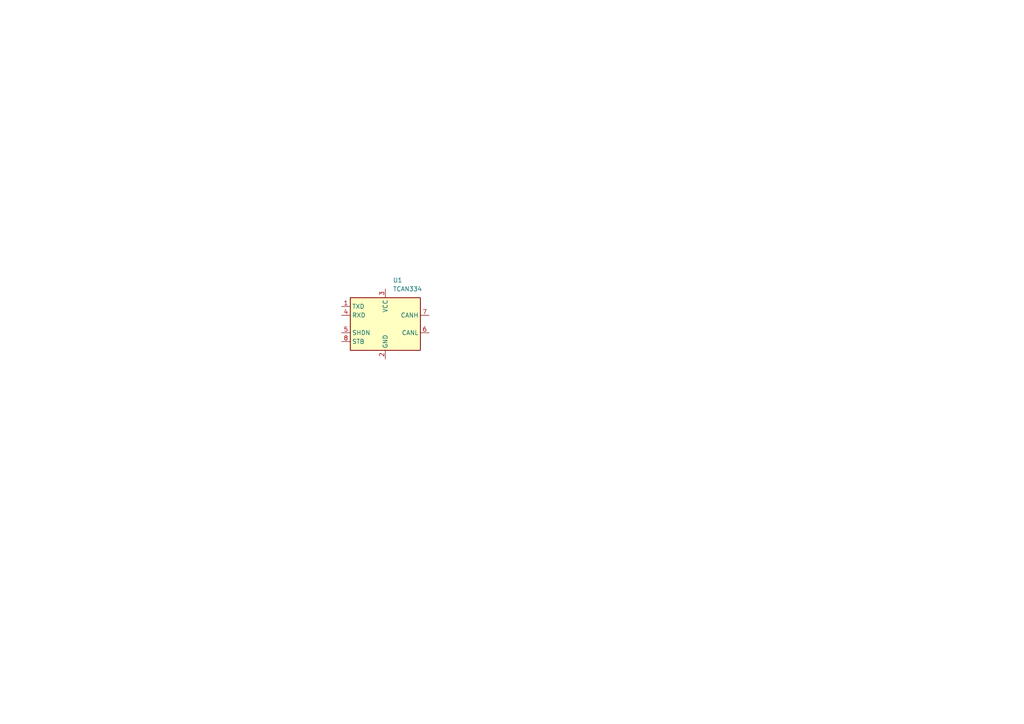
<source format=kicad_sch>
(kicad_sch (version 20230121) (generator eeschema)
  (paper "A4")
  (lib_symbols
    (symbol "Interface_CAN_LIN:TCAN334"
      (property "Reference" "U" (at -10.16 8.89 0))
      (property "Value" "TCAN334" (at 2.54 8.89 0))
      (symbol "TCAN334_0_1"
        (rectangle (start -10.16 7.62) (end 10.16 -7.62) (stroke (width 0.254)) (fill (type background)))
      )
      (symbol "TCAN334_1_1"
        (pin input line (at -12.7 5.08 0) (length 2.54) (name "TXD") (number "1"))
        (pin power_in line (at 0 -10.16 90) (length 2.54) (name "GND") (number "2"))
        (pin power_in line (at 0 10.16 270) (length 2.54) (name "VCC") (number "3"))
        (pin tri_state line (at -12.7 2.54 0) (length 2.54) (name "RXD") (number "4"))
        (pin input line (at -12.7 -2.54 0) (length 2.54) (name "SHDN") (number "5"))
        (pin bidirectional line (at 12.7 -2.54 180) (length 2.54) (name "CANL") (number "6"))
        (pin bidirectional line (at 12.7 2.54 180) (length 2.54) (name "CANH") (number "7"))
        (pin input line (at -12.7 -5.08 0) (length 2.54) (name "STB") (number "8"))
      )
    )
  )
  (symbol (lib_id "Interface_CAN_LIN:TCAN334") (at 111.76 93.98 0) (unit 1)
    (property "Reference" "U1" (at 113.9541 81.28 0) (effects (justify left)))
    (property "Value" "TCAN334" (at 113.9541 83.82 0) (effects (justify left)))
    (property "Datasheet" "http://www.ti.com/lit/ds/symlink/tcan337.pdf" (effects hide))
  )
)
</source>
